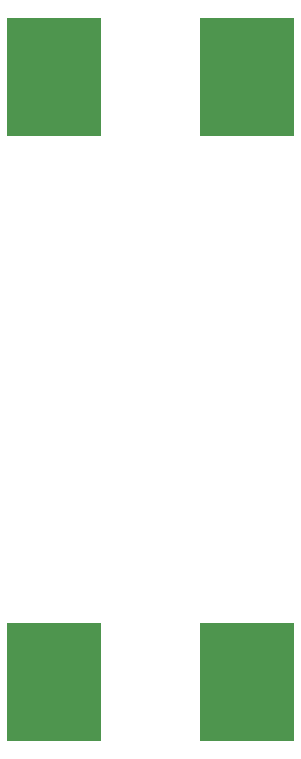
<source format=gbr>
G04 EAGLE Gerber RS-274X export*
G75*
%MOMM*%
%FSLAX34Y34*%
%LPD*%
%INSolderpaste Top*%
%IPPOS*%
%AMOC8*
5,1,8,0,0,1.08239X$1,22.5*%
G01*
%ADD10R,8.000000X10.000000*%


D10*
X433700Y809980D03*
X596700Y809980D03*
X433700Y297980D03*
X596700Y297980D03*
M02*

</source>
